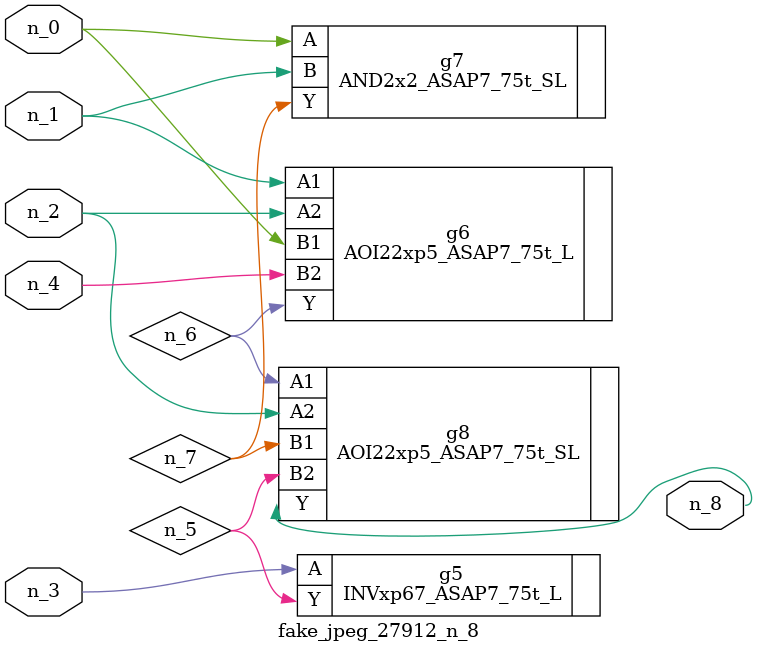
<source format=v>
module fake_jpeg_27912_n_8 (n_3, n_2, n_1, n_0, n_4, n_8);

input n_3;
input n_2;
input n_1;
input n_0;
input n_4;

output n_8;

wire n_6;
wire n_5;
wire n_7;

INVxp67_ASAP7_75t_L g5 ( 
.A(n_3),
.Y(n_5)
);

AOI22xp5_ASAP7_75t_L g6 ( 
.A1(n_1),
.A2(n_2),
.B1(n_0),
.B2(n_4),
.Y(n_6)
);

AND2x2_ASAP7_75t_SL g7 ( 
.A(n_0),
.B(n_1),
.Y(n_7)
);

AOI22xp5_ASAP7_75t_SL g8 ( 
.A1(n_6),
.A2(n_2),
.B1(n_7),
.B2(n_5),
.Y(n_8)
);


endmodule
</source>
